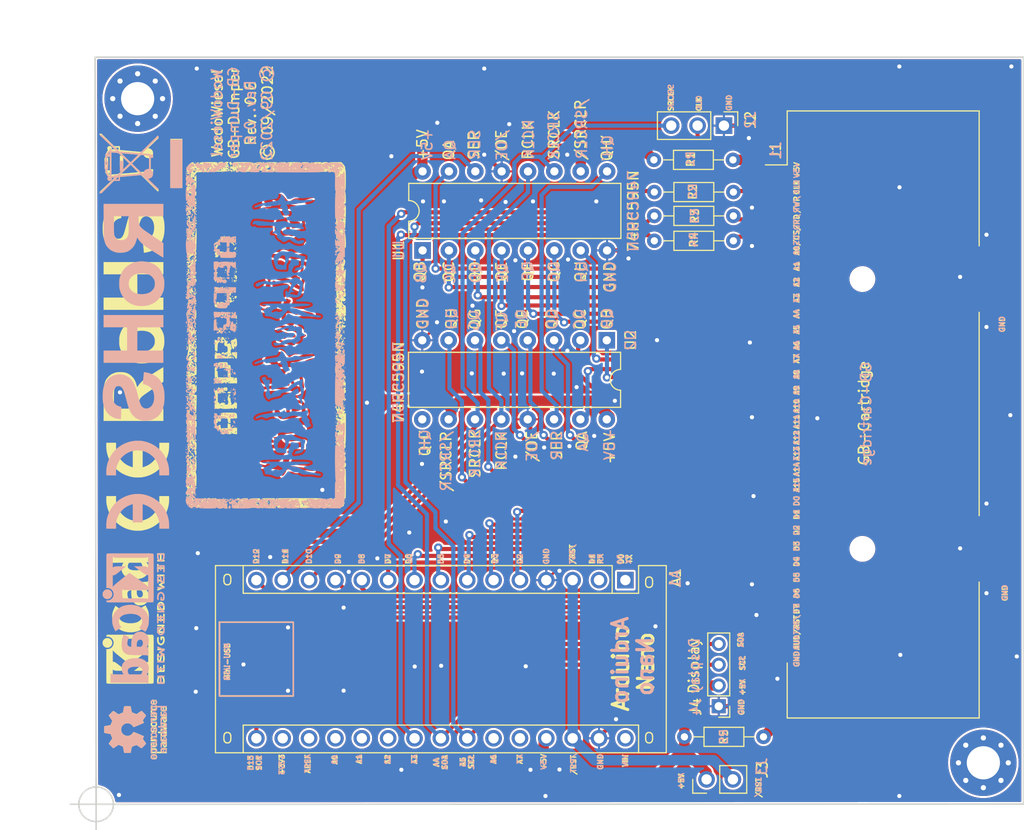
<source format=kicad_pcb>
(kicad_pcb (version 20211014) (generator pcbnew)
  (title_block (title "Arduino-Nano-GB-Dumper") (date "13.09.2022-09-13") (rev "0.6") (company "(C) WodoWiesel"))
  (layers (0 "F.Cu" mixed) (31 "B.Cu" mixed) (34 "B.Paste" user) (35 "F.Paste" user) (36 "B.SilkS" user "B.Silkscreen") (37 "F.SilkS" user "F.Silkscreen") (38 "B.Mask" user) (39 "F.Mask" user) (44 "Edge.Cuts" user))
  (net 0 "")
  (net 6 "GND")
  (net 8 "Net-(A1-Pad5)")
  (net 10 "Net-(A1-Pad6)")
  (net 11 "Net-(A1-Pad22)")
  (net 12 "Net-(A1-Pad7)")
  (net 13 "Net-(A1-Pad23)")
  (net 14 "Net-(A1-Pad8)")
  (net 15 "Net-(A1-Pad24)")
  (net 16 "Net-(A1-Pad9)")
  (net 18 "Net-(A1-Pad10)")
  (net 20 "Net-(A1-Pad11)")
  (net 21 "Net-(A1-Pad27)")
  (net 22 "Net-(A1-Pad12)")
  (net 23 "Net-(A1-Pad13)")
  (net 24 "Net-(A1-Pad14)")
  (net 26 "Net-(A1-Pad15)")
  (net 27 "Net-(A1-Pad16)")
  (net 28 "Net-(J1-Pad30)")
  (net 29 "Net-(J1-Pad7)")
  (net 30 "Net-(U1-Pad9)")
  (net 31 "Net-(J1-Pad8)")
  (net 32 "Net-(J1-Pad9)")
  (net 33 "Net-(J1-Pad10)")
  (net 34 "Net-(J1-Pad11)")
  (net 35 "Net-(J1-Pad12)")
  (net 36 "Net-(J1-Pad13)")
  (net 37 "Net-(J1-Pad6)")
  (net 38 "Net-(J1-Pad15)")
  (net 40 "Net-(J1-Pad16)")
  (net 41 "Net-(J1-Pad17)")
  (net 42 "Net-(J1-Pad18)")
  (net 43 "Net-(J1-Pad19)")
  (net 44 "Net-(J1-Pad20)")
  (net 45 "Net-(J1-Pad21)")
  (net 46 "Net-(J1-Pad14)")
  (net 47 "Net-(J1-Pad1)")
  (net 48 "Net-(J1-Pad2)")
  (net 49 "Net-(A1-Pad28)")
  (net 50 "Net-(J1-Pad3)")
  (net 51 "Net-(J1-Pad4)")
  (net 52 "Net-(J1-Pad5)")
  (footprint "Button_Switch_Keyboard:GameBoy_Cartridge_AGS_1x32-1MP_P1.50mm_Socket_Horizontal" (layer "F.Cu") (at 167.894 100.584 -90)
    (fp_text reference "J1")
    (fp_text value "GameBoy_Cartridge_MountingPin")
  )
  (footprint "Connector_PinHeader_2.54mm:PinHeader_1x02_P2.54mm_Vertical" (layer "F.Cu") (at 150.825 135.8 90)
    (fp_text reference "J3")
    (fp_text value "Conn_01x02_Male")
  )
  (footprint "Symbol:CE-Logo_8.5x6mm_SilkScreen" (layer "F.Cu") (at 96 107.6 90)
    (fp_text reference "REF3" hide)
    (fp_text value "CE-Logo_8.5x6mm_SilkScreen" hide)
  )
  (footprint "theBrutzler:thebrutzler_approved_small02" (layer "F.Cu") (at 108.4 93 90)
    (fp_text reference "G1" hide)
    (fp_text value "LOGO" hide)
  )
  (footprint "Package_DIP:DIP-16_W7.62mm" (layer "F.Cu") (at 141.209 93.482 -90)
    (fp_text reference "U2")
    (fp_text value "74HC595")
  )
  (footprint "Resistor_THT:R_Axial_DIN0204_L3.6mm_D1.6mm_P7.62mm_Horizontal" (layer "F.Cu") (at 145.75 76.1)
    (fp_text reference "R1")
    (fp_text value "470")
  )
  (footprint "Symbol:RoHS-Logo_6mm_SilkScreen" (layer "F.Cu") (at 95.6 90.8 90)
    (fp_text reference "REF4" hide)
    (fp_text value "RoHS-Logo_6mm_SilkScreen" hide)
  )
  (footprint "Connector_PinHeader_2.00mm:PinHeader_1x04_P2.00mm_Vertical" (layer "F.Cu") (at 152 128.75 180)
    (fp_text reference "J4")
    (fp_text value "Conn_01x04_Female")
  )
  (footprint "Module:Arduino_Nano" (layer "F.Cu") (at 143.002 116.596 -90)
    (fp_text reference "A1")
    (fp_text value "Arduino_Nano_v3.x")
  )
  (footprint "Resistor_THT:R_Axial_DIN0204_L3.6mm_D1.6mm_P7.62mm_Horizontal" (layer "F.Cu") (at 145.79 81.5)
    (fp_text reference "R3")
    (fp_text value "470")
  )
  (footprint "Symbol:OSHW-Logo_5.7x6mm_SilkScreen" (layer "F.Cu") (at 95.8 131 90)
    (fp_text reference "REF0" hide)
    (fp_text value "OSHW-Logo_5.7x6mm_SilkScreen" hide)
  )
  (footprint "Resistor_THT:R_Axial_DIN0204_L3.6mm_D1.6mm_P7.62mm_Horizontal" (layer "F.Cu") (at 148.69 131.7)
    (fp_text reference "R5")
    (fp_text value "470")
  )
  (footprint "Resistor_THT:R_Axial_DIN0204_L3.6mm_D1.6mm_P7.62mm_Horizontal" (layer "F.Cu") (at 145.79 83.9)
    (fp_text reference "R4")
    (fp_text value "470")
  )
  (footprint "Connector_PinHeader_2.54mm:PinHeader_1x03_P2.54mm_Vertical" (layer "F.Cu") (at 152.5 72.8 -90)
    (fp_text reference "J2")
    (fp_text value "Conn_01x03_Male")
  )
  (footprint "MountingHole:MountingHole_3.2mm_M3_Pad_Via" (layer "F.Cu") (at 177.5 134.2)
    (fp_text reference "REF7" hide)
    (fp_text value "MountingHole_3.2mm_M3_Pad_Via" hide)
  )
  (footprint "Resistor_THT:R_Axial_DIN0204_L3.6mm_D1.6mm_P7.62mm_Horizontal" (layer "F.Cu") (at 145.79 79.2)
    (fp_text reference "R2")
    (fp_text value "470")
  )
  (footprint "Symbol:WEEE-Logo_5.6x8mm_SilkScreen" (layer "F.Cu") (at 96.3 76.4 90)
    (fp_text reference "REF5" hide)
    (fp_text value "WEEE-Logo_5.6x8mm_SilkScreen" hide)
  )
  (footprint "Symbol:KiCad-Logo2_5mm_SilkScreen" (layer "F.Cu") (at 95.6 120.3 90)
    (fp_text reference "REF2" hide)
    (fp_text value "KiCad-Logo2_5mm_SilkScreen" hide)
  )
  (footprint "MountingHole:MountingHole_3.2mm_M3_Pad_Via" (layer "F.Cu") (at 96 70.2)
    (fp_text reference "REF6" hide)
    (fp_text value "MountingHole_3.2mm_M3_Pad_Via")
  )
  (footprint "Package_DIP:DIP-16_W7.62mm" (layer "F.Cu") (at 123.459 84.826 90)
    (fp_text reference "U1")
    (fp_text value "74HC595")
  )
  (footprint "theBrutzler:thebrutzler_approved_small02" (layer "B.Cu") (at 108.3 93 -90)
    (fp_text reference "G2" hide)
    (fp_text value "LOGO" hide)
  )
  (footprint "Symbol:OSHW-Logo_5.7x6mm_SilkScreen" (layer "B.Cu") (at 95.8 131 -90)
    (fp_text reference "REF0*" hide)
    (fp_text value "OSHW-Logo_5.7x6mm_SilkScreen" hide)
  )
  (footprint "Symbol:CE-Logo_8.5x6mm_SilkScreen" (layer "B.Cu") (at 96 107.4 -90)
    (fp_text reference "REF2*" hide)
    (fp_text value "CE-Logo_8.5x6mm_SilkScreen" hide)
  )
  (footprint "Symbol:WEEE-Logo_5.6x8mm_SilkScreen" (layer "B.Cu") (at 96.3 76.5 -90)
    (fp_text reference "REF4*" hide)
    (fp_text value "WEEE-Logo_5.6x8mm_SilkScreen" hide)
  )
  (footprint "Symbol:RoHS-Logo_6mm_SilkScreen" (layer "B.Cu") (at 95.6 90.8 -90)
    (fp_text reference "REF3*" hide)
    (fp_text value "RoHS-Logo_6mm_SilkScreen" hide)
  )
  (footprint "Symbol:KiCad-Logo2_5mm_SilkScreen" (layer "B.Cu") (at 95.6 120.3 -90)
    (fp_text reference "REF1*" hide)
    (fp_text value "KiCad-Logo2_5mm_SilkScreen" hide)
  )
  (gr_rect (start 103.886 127.762) (end 110.998 120.65) (layer "B.SilkS") (width 0.15) (fill none))
  (gr_rect (start 103.886 120.65) (end 110.998 127.762) (layer "F.SilkS") (width 0.15) (fill none))
  (gr_line (start 181.356 66.2) (end 181.356 138.176) (layer "Edge.Cuts") (width 0.15))
  (gr_line (start 91.9 66.2) (end 181.356 66.2) (layer "Edge.Cuts") (width 0.15))
  (gr_line (start 92 138.2) (end 91.9 66.2) (layer "Edge.Cuts") (width 0.15))
  (gr_line (start 181.356 138.176) (end 92 138.2) (layer "Edge.Cuts") (width 0.15))
  (gr_text "QG" (at 136.1 86.9 90) (layer "B.SilkS") (effects (font (size 1 1)) (justify mirror)))
  (gr_text "D1" (at 159.508046 110.268874 90) (layer "B.SilkS") (effects (font (size 0.5 0.5) (thickness 0.125)) (justify mirror)))
  (gr_text "QD" (at 128.6 87 90) (layer "B.SilkS") (effects (font (size 1 1)) (justify mirror)))
  (gr_text "A4\nSDA" (at 125.2 134.15 90) (layer "B.SilkS") (effects (font (size 0.5 0.5) (thickness 0.125)) (justify mirror)))
  (gr_text "/RD" (at 159.508046 82.093678 90) (layer "B.SilkS") (effects (font (size 0.5 0.5) (thickness 0.125)) (justify mirror)))
  (gr_text "A6" (at 130.291606 133.847533 90) (layer "B.SilkS") (effects (font (size 0.5 0.5) (thickness 0.125)) (justify mirror)))
  (gr_text "SRCLK" (at 147.4 70 90) (layer "B.SilkS") (effects (font (size 0.5 0.5) (thickness 0.125)) (justify mirror)))
  (gr_text "SRCLK" (at 128.493898 104.381836 90) (layer "B.SilkS") (effects (font (size 1 1)) (justify mirror)))
  (gr_text "A5\nSCL" (at 127.753033 134.15 90) (layer "B.SilkS") (effects (font (size 0.5 0.5) (thickness 0.125)) (justify mirror)))
  (gr_text "A0" (at 114.991927 133.897181 90) (layer "B.SilkS") (effects (font (size 0.5 0.5) (thickness 0.125)) (justify mirror)))
  (gr_text "/SRCLR" (at 138.8 73.1 90) (layer "B.SilkS") (effects (font (size 1 1)) (justify mirror)))
  (gr_text "CLK" (at 159.508046 78.736165 90) (layer "B.SilkS") (effects (font (size 0.5 0.5) (thickness 0.125)) (justify mirror)))
  (gr_text "/RST" (at 138 134.2 90) (layer "B.SilkS") (effects (font (size 0.5 0.5) (thickness 0.125)) (justify mirror)))
  (gr_text "D7" (at 159.5 119.3 90) (layer "B.SilkS") (effects (font (size 0.5 0.5) (thickness 0.125)) (justify mirror)))
  (gr_text "A13" (at 159.508046 104.392266 90) (layer "B.SilkS") (effects (font (size 0.5 0.5) (thickness 0.125)) (justify mirror)))
  (gr_text "QE" (at 132.975 91.45 90) (layer "B.SilkS") (effects (font (size 1 1)) (justify mirror)))
  (gr_text "A1" (at 159.508046 86.35765 90) (layer "B.SilkS") (effects (font (size 0.5 0.5) (thickness 0.125)) (justify mirror)))
  (gr_text "CLK" (at 150.1 70.6 90) (layer "B.SilkS") (effects (font (size 0.5 0.5) (thickness 0.125)) (justify mirror)))
  (gr_text "QH'" (at 141.3 75 90) (layer "B.SilkS") (effects (font (size 1 1)) (justify mirror)))
  (gr_text "D5" (at 159.508046 116.326543 90) (layer "B.SilkS") (effects (font (size 0.5 0.5) (thickness 0.125)) (justify mirror)))
  (gr_text "AUD" (at 159.5 122.6 90) (layer "B.SilkS") (effects (font (size 0.5 0.5) (thickness 0.125)) (justify mirror)))
  (gr_text "A5" (at 159.508046 92.452992 90) (layer "B.SilkS") (effects (font (size 0.5 0.5) (thickness 0.125)) (justify mirror)))
  (gr_text "D3" (at 130.5 114.5 90) (layer "B.SilkS") (effects (font (size 0.5 0.5) (thickness 0.125)) (justify mirror)))
  (gr_text "VIN" (at 142.98486 133.996476 90) (layer "B.SilkS") (effects (font (size 0.5 0.5) (thickness 0.125)) (justify mirror)))
  (gr_text "+5V" (at 123.9 74.6 90) (layer "B.SilkS") (effects (font (size 1 1)) (justify mirror)))
  (gr_text "A9" (at 159.508046 98.294233 90) (layer "B.SilkS") (effects (font (size 0.5 0.5) (thickness 0.125)) (justify mirror)))
  (gr_text "A10" (at 159.508046 99.816531 90) (layer "B.SilkS") (effects (font (size 0.5 0.5) (thickness 0.125)) (justify mirror)))
  (gr_text "+5V" (at 159.508046 77.083165 90) (layer "B.SilkS") (effects (font (size 0.5 0.5) (thickness 0.125)) (justify mirror)))
  (gr_text "GND" (at 159.5 124.178518 90) (layer "B.SilkS") (effects (font (size 0.5 0.5) (thickness 0.125)) (justify mirror)))
  (gr_text "GND" (at 140.585222 134.095772 90) (layer "B.SilkS") (effects (font (size 0.5 0.5) (thickness 0.125)) (justify mirror)))
  (gr_text "A7" (at 132.840186 133.847533 90) (layer "B.SilkS") (effects (font (size 0.5 0.5) (thickness 0.125)) (justify mirror)))
  (gr_text "QC" (at 126.094 87.1 90) (layer "B.SilkS") (effects (font (size 1 1)) (justify mirror)))
  (gr_text "D12" (at 107.442 114.3 90) (layer "B.SilkS") (effects (font (size 0.5 0.5) (thickness 0.125)) (justify mirror)))
  (gr_text "+5V" (at 148.35 135.95 270) (layer "B.SilkS") (effects (font (size 0.5 0.5) (thickness 0.125)) (justify mirror)))
  (gr_text "D0\nTX" (at 142.9 114.6 90) (layer "B.SilkS") (effects (font (size 0.5 0.5) (thickness 0.125)) (justify mirror)))
  (gr_text "D13\nSCK" (at 107.296539 134.195067 90) (layer "B.SilkS") (effects (font (size 0.5 0.5) (thickness 0.125)) (justify mirror)))
  (gr_text "J4" (at 149.75 128.8 90) (layer "B.SilkS") (effects (font (size 1 1)) (justify mirror)))
  (gr_text "/OE" (at 134 103.7 90) (layer "B.SilkS") (effects (font (size 1 1)) (justify mirror)))
  (gr_text "+5V" (at 135.123979 134.095772 90) (layer "B.SilkS") (effects (font (size 0.5 0.5) (thickness 0.125)) (justify mirror)))
  (gr_text "D2" (at 159.508046 111.788096 90) (layer "B.SilkS") (effects (font (size 0.5 0.5) (thickness 0.125)) (justify mirror)))
  (gr_text "A4" (at 159.508046 90.930694 90) (layer "B.SilkS") (effects (font (size 0.5 0.5) (thickness 0.125)) (justify mirror)))
  (gr_text "/WR" (at 159.508046 80.394547 90) (layer "B.SilkS") (effects (font (size 0.5 0.5) (thickness 0.125)) (justify mirror)))
  (gr_text "+3V3" (at 109.894767 134.360559 90) (layer "B.SilkS") (effects (font (size 0.5 0.5) (thickness 0.125)) (justify mirror)))
  (gr_text "GND" (at 123.525 90.9 90) (layer "B.SilkS") (effects (font (size 1 1)) (justify mirror)))
  (gr_text "RCLK" (at 131.046674 104.106922 90) (layer "B.SilkS") (effects (font (size 1 1)) (justify mirror)))
  (gr_text "D2" (at 132.842 114.554 90) (layer "B.SilkS") (effects (font (size 0.5 0.5) (thickness 0.125)) (justify mirror)))
  (gr_text "WodoWiesel\nGB-Dumper\nRev. 0.6\n© 09/2022" (at 106.04107 71.550911 90) (layer "B.SilkS") (effects (font (size 1 1)) (justify mirror)))
  (gr_text "QB" (at 123.3 87 90) (layer "B.SilkS") (effects (font (size 1 1)) (justify mirror)))
  (gr_text "D7" (at 120.127264 114.541388 90) (layer "B.SilkS") (effects (font (size 0.5 0.5) (thickness 0.125)) (justify mirror)))
  (gr_text "A1" (at 117.343572 133.847533 90) (layer "B.SilkS") (effects (font (size 0.5 0.5) (thickness 0.125)) (justify mirror)))
  (gr_text "SRCLK" (at 136.095448 73.8 90) (layer "B.SilkS") (effects (font (size 1 1)) (justify mirror)))
  (gr_text "A6" (at 159.508046 93.976443 90) (layer "B.SilkS") (effects (font (size 0.5 0.5) (thickness 0.125)) (justify mirror)))
  (gr_text "A12" (at 159.508046 102.869968 90) (layer "B.SilkS") (effects (font (size 0.5 0.5) (thickness 0.125)) (justify mirror)))
  (gr_text "74HC595N" (at 121.140492 97.530309 90) (layer "B.SilkS") (effects (font (size 1 1)) (justify mirror)))
  (gr_text "GND" (at 179.290365 91.932025 90) (layer "B.SilkS") (effects (font (size 0.5 0.5) (thickness 0.125)) (justify mirror)))
  (gr_text "/CS" (at 159.492669 83.592911 90) (layer "B.SilkS") (effects (font (size 0.5 0.5) (thickness 0.125)) (justify mirror)))
  (gr_text "D4" (at 127.751283 114.541388 90) (layer "B.SilkS") (effects (font (size 0.5 0.5) (thickness 0.125)) (justify mirror)))
  (gr_text "QA" (at 126.1 75.1 90) (layer "B.SilkS") (effects (font (size 1 1)) (justify mirror)))
  (gr_text "A14" (at 159.508046 105.917639 90) (layer "B.SilkS") (effects (font (size 0.5 0.5) (thickness 0.125)) (justify mirror)))
  (gr_text "A11" (at 159.508046 101.338829 90) (layer "B.SilkS") (effects (font (size 0.5 0.5) (thickness 0.125)) (justify mirror)))
  (gr_text "QB" (at 141.275 91.375 90) (layer "B.SilkS") (effects (font (size 1 1)) (justify mirror)))
  (gr_text "/SRCLR" (at 125.705481 105.128033 90) (layer "B.SilkS") (effects (font (size 1 1)) (justify mirror)))
  (gr_text "A8" (at 159.508046 96.767322 90) (layer "B.SilkS") (effects (font (size 0.5 0.5) (thickness 0.125)) (justify mirror)))
  (gr_text "SER" (at 128.5 74.6 90) (layer "B.SilkS") (effects (font (size 1 1)) (justify mirror)))
  (gr_text "D1\nRX" (at 140.202892 114.541388 90) (layer "B.SilkS") (effects (font (size 0.5 0.5) (thickness 0.125)) (justify mirror)))
  (gr_text "+5V" (at 154.25 126.9 270) (layer "B.SilkS") (effects (font (size 0.5 0.5) (thickness 0.125)) (justify mirror)))
  (gr_text "SER" (at 136.387867 103.596367 90) (layer "B.SilkS") (effects (font (size 1 1)) (justify mirror)))
  (gr_text "D6" (at 122.2 114.5 90) (layer "B.SilkS") (effects (font (size 0.5 0.5) (thickness 0.125)) (justify mirror)))
  (gr_text "QH" (at 138.794 86.9 90) (layer "B.SilkS") (effects (font (size 1 1)) (justify mirror)))
  (gr_text "/RST" (at 159.508046 120.901125 90) (layer "B.SilkS") (effects (font (size 0.5 0.5) (thickness 0.125)) (justify mirror)))
  (gr_text "GND" (at 141.588 87.4 90) (layer "B.SilkS") (effects (font (size 1 1)) (justify mirror)))
  (gr_text "+5V" (at 141.478 103.5 90) (layer "B.SilkS") (effects (font (size 1 1)) (justify mirror)))
  (gr_text "A15" (at 159.508046 107.439937 90) (layer "B.SilkS") (effects (font (size 0.5 0.5) (thickness 0.125)) (justify mirror)))
  (gr_text "D3" (at 159.508046 113.318083 90) (layer "B.SilkS") (effects (font (size 0.5 0.5) (thickness 0.125)) (justify mirror)))
  (gr_text "QF" (at 131.1 91.675 90) (layer "B.SilkS") (effects (font (size 1 1)) (justify mirror)))
  (gr_text "A0" (at 159.508046 84.835352 90) (layer "B.SilkS") (effects (font (size 0.5 0.5) (thickness 0.125)) (justify mirror)))
  (gr_text "Arduino \nNano" (at 143.7 124.9 90) (layer "B.SilkS") (effects (font (size 1.5 1.5) (thickness 0.3)) (justify mirror)))
  (gr_text "QG" (at 128.4 91.575 90) (layer "B.SilkS") (effects (font (size 1 1)) (justify mirror)))
  (gr_text "Mini-USB" (at 104.6 124.46 90) (layer "B.SilkS") (effects (font (size 0.5 0.5) (thickness 0.125)) (justify mirror)))
  (gr_text "SDA" (at 154.15 122.35 90) (layer "B.SilkS") (effects (font (size 0.5 0.5) (thickness 0.125)) (justify mirror)))
  (gr_text "A3" (at 159.508046 89.408396 90) (layer "B.SilkS") (effects (font (size 0.5 0.5) (thickness 0.125)) (justify mirror)))
  (gr_text "SCL" (at 154.25 124.6 90) (layer "B.SilkS") (effects (font (size 0.5 0.5) (thickness 0.125)) (justify mirror)))
  (gr_text "D6" (at 159.5 117.9 90) (layer "B.SilkS") (effects (font (size 0.5 0.5) (thickness 0.125)) (justify mirror)))
  (gr_text "GND" (at 135.382 114.3 90) (layer "B.SilkS") (effects (font (size 0.5 0.5) (thickness 0.125)) (justify mirror)))
  (gr_text "D8" (at 117.592688 114.541388 90) (layer "B.SilkS") (effects (font (size 0.5 0.5) (thickness 0.125)) (justify mirror)))
  (gr_text "/RST" (at 137.9 114.1 90) (layer "B.SilkS") (effects (font (size 0.5 0.5) (thickness 0.125)) (justify mirror)))
  (gr_text "D10" (at 112.50342 114.279884 90) (layer "B.SilkS") (effects (font (size 0.5 0.5) (thickness 0.125)) (justify mirror)))
  (gr_text "QD" (at 135.975 91.425 90) (layer "B.SilkS") (effects (font (size 1 1)) (justify mirror)))
  (gr_text "A2" (at 120.1 133.9 90) (layer "B.SilkS") (effects (font (size 0.5 0.5) (thickness 0.125)) (justify mirror)))
  (gr_text "A7" (at 159.508046 95.245024 90) (layer "B.SilkS") (effects (font (size 0.5 0.5) (thickness 0.125)) (justify mirror)))
  (gr_text "D5" (at 125.216707 114.541388 90) (layer "B.SilkS") (effects (font (size 0.5 0.5) (thickness 0.125)) (justify mirror)))
  (gr_text "/OE" (at 131.1 74.7 90) (layer "B.SilkS") (effects (font (size 1 1)) (justify mirror)))
  (gr_text "Display" (at 149.65 124.85 90) (layer "B.SilkS") (effects (font (size 1 1)) (justify mirror)))
  (gr_text "74HC595N" (at 143.764 81.026 90) (layer "B.SilkS") (effects (font (size 1 1)) (justify mirror)))
  (gr_text "QH'" (at 123.685281 103.373392 90) (layer "B.SilkS") (effects (font (size 1 1)) (justify mirror)))
  (gr_text "GND" (at 179.568558 117.803922 90) (layer "B.SilkS") (effects (font (size 0.5 0.5) (thickness 0.125)) (justify mirror)))
  (gr_text "RCLK" (at 133.7 74.1 90) (layer "B.SilkS") (effects (font (size 1 1)) (justify mirror)))
  (gr_text "QE" (at 131.174 87 90) (layer "B.SilkS") (effects (font (size 1 1)) (justify mirror)))
  (gr_text "GND" (at 154.15 128.8 90) (layer "B.SilkS") (effects (font (size 0.5 0.5) (thickness 0.125)) (justify mirror)))
  (gr_text "QF" (at 133.6 86.8 90) (layer "B.SilkS") (effects (font (size 1 1)) (justify mirror)))
  (gr_text "D0" (at 159.508046 108.96185 90) (layer "B.SilkS") (effects (font (size 0.5 0.5) (thickness 0.125)) (justify mirror)))
  (gr_text "QC" (at 138.55 91.475 90) (layer "B.SilkS") (effects (font (size 1 1)) (justify mirror)))
  (gr_text "QA" (at 138.9 103.25 90) (layer "B.SilkS") (effects (font (size 1 1)) (justify mirror)))
  (gr_text "D9" (at 115.2995 114.541388 90) (layer "B.SilkS") (effects (font (size 0.5 0.5) (thickness 0.125)) (justify mirror)))
  (gr_text "QH" (at 126.275 91.4 90) (layer "B.SilkS") (effects (font (size 1 1)) (justify mirror)))
  (gr_text "GND" (at 153 70.6 90) (layer "B.SilkS") (effects (font (size 0.5 0.5) (thickness 0.125)) (justify mirror)))
  (gr_text "A3" (at 122.672422 133.847533 90) (layer "B.SilkS") (effects (font (size 0.5 0.5) (thickness 0.125)) (justify mirror)))
  (gr_text "D4" (at 159.508046 114.804245 90) (layer "B.SilkS") (effects (font (size 0.5 0.5) (thickness 0.125)) (justify mirror)))
  (gr_text "D11" (at 110.230348 114.279884 90) (layer "B.SilkS") (effects (font (size 0.5 0.5) (thickness 0.125)) (justify mirror)))
  (gr_text "AREF" (at 112.393699 134.294362 90) (layer "B.SilkS") (effects (font (size 0.5 0.5) (thickness 0.125)) (justify mirror)))
  (gr_text "/RST" (at 155.8 136.55 270) (layer "B.SilkS") (effects (font (size 0.5 0.5) (thickness 0.125)) (justify mirror)))
  (gr_text "A2" (at 159.508046 87.879947 90) (layer "B.SilkS") (effects (font (size 0.5 0.5) (thickness 0.125)) (justify mirror)))
  (gr_text "GB-Cartridge" (at 166.2 100.6 90) (layer "B.SilkS") (effects (font (size 1 1)) (justify mirror)))
  (gr_text "GND" (at 123.444 90.932 90) (layer "F.SilkS") (effects (font (size 1 1))))
  (gr_text "D7" (at 159.512 119.38 90) (layer "F.SilkS") (effects (font (size 0.5 0.5) (thickness 0.125))))
  (gr_text "A1" (at 117.348 133.858 90) (layer "F.SilkS") (effects (font (size 0.5 0.5) (thickness 0.125))))
  (gr_text "QB" (at 123.19 86.868 90) (layer "F.SilkS") (effects (font (size 1 1))))
  (gr_text "QE" (at 131.064 86.868 90) (layer "F.SilkS") (effects (font (size 1 1))))
  (gr_text "D4" (at 159.512 114.808 90) (layer "F.SilkS") (effects (font (size 0.5 0.5) (thickness 0.125))))
  (gr_text "A0" (at 159.512 84.836 90) (layer "F.SilkS") (effects (font (size 0.5 0.5) (thickness 0.125))))
  (gr_text "AUD" (at 159.512 122.6 90) (layer "F.SilkS") (effects (font (size 0.5 0.5) (thickness 0.125))))
  (gr_text "D2" (at 132.842 114.554 90) (layer "F.SilkS") (effects (font (size 0.5 0.5) (thickness 0.125))))
  (gr_text "QH'" (at 123.698 103.378 90) (layer "F.SilkS") (effects (font (size 1 1))))
  (gr_text "D12" (at 107.442 114.3 90) (layer "F.SilkS") (effects (font (size 0.5 0.5) (thickness 0.125))))
  (gr_text "D3" (at 159.512 113.31922 90) (layer "F.SilkS") (effects (font (size 0.5 0.5) (thickness 0.125))))
  (gr_text "/OE" (at 131.064 74.676 90) (layer "F.SilkS") (effects (font (size 1 1))))
  (gr_text "QD" (at 128.524 86.868 90) (layer "F.SilkS") (effects (font (size 1 1))))
  (gr_text "GND" (at 154.2 128.85 90) (layer "F.SilkS") (effects (font (size 0.5 0.5) (thickness 0.125))))
  (gr_text "QH'" (at 141.224 74.93 90) (layer "F.SilkS") (effects (font (size 1 1))))
  (gr_text "D10" (at 112.522 114.3 90) (layer "F.SilkS") (effects (font (size 0.5 0.5) (thickness 0.125))))
  (gr_text "A12" (at 159.512 102.87 90) (layer "F.SilkS") (effects (font (size 0.5 0.5) (thickness 0.125))))
  (gr_text "QD" (at 135.89 91.44 90) (layer "F.SilkS") (effects (font (size 1 1))))
  (gr_text "QC" (at 138.684 91.44 90) (layer "F.SilkS") (effects (font (size 1 1))))
  (gr_text "CLK" (at 159.512 78.74 90) (layer "F.SilkS") (effects (font (size 0.5 0.5) (thickness 0.125))))
  (gr_text "D0\nTX" (at 143.002 114.554 90) (layer "F.SilkS") (effects (font (size 0.5 0.5) (thickness 0.125))))
  (gr_text "O" (at 145.288 131.826) (layer "F.SilkS") (effects (font (size 1 1) (thickness 0.125))))
  (gr_text "/OE" (at 134 103.7 90) (layer "F.SilkS") (effects (font (size 1 1))))
  (gr_text "A5\nSCL" (at 127.75 134.1 90) (layer "F.SilkS") (effects (font (size 0.5 0.5) (thickness 0.125))))
  (gr_text "GND" (at 153 70.6 90) (layer "F.SilkS") (effects (font (size 0.5 0.5) (thickness 0.125))))
  (gr_text "QF" (at 133.604 86.868 90) (layer "F.SilkS") (effects (font (size 1 1))))
  (gr_text "QA" (at 138.8 103.2 90) (layer "F.SilkS") (effects (font (size 1 1))))
  (gr_text "/RD" (at 159.512 82.1 90) (layer "F.SilkS") (effects (font (size 0.5 0.5) (thickness 0.125))))
  (gr_text "QG" (at 128.524 91.44 90) (layer "F.SilkS") (effects (font (size 1 1))))
  (gr_text "A4\nSDA" (at 125.2 134.15 90) (layer "F.SilkS") (effects (font (size 0.5 0.5) (thickness 0.125))))
  (gr_text "+5V" (at 135.128 134.112 90) (layer "F.SilkS") (effects (font (size 0.5 0.5) (thickness 0.125))))
  (gr_text "D1" (at 159.512 110.27122 90) (layer "F.SilkS") (effects (font (size 0.5 0.5) (thickness 0.125))))
  (gr_text "A6" (at 159.512 93.98 90) (layer "F.SilkS") (effects (font (size 0.5 0.5) (thickness 0.125))))
  (gr_text "D13\nSCK" (at 107.3 134.2 90) (layer "F.SilkS") (effects (font (size 0.5 0.5) (thickness 0.125))))
  (gr_text "GND" (at 179.578 117.856 90) (layer "F.SilkS") (effects (font (size 0.5 0.5) (thickness 0.125))))
  (gr_text "GB-Cartridge" (at 166 100.5 90) (layer "F.SilkS") (effects (font (size 1 1))))
  (gr_text "D2" (at 159.512 111.79522 90) (layer "F.SilkS") (effects (font (size 0.5 0.5) (thickness 0.125))))
  (gr_text "GND" (at 141.478 87.376 90) (layer "F.SilkS") (effects (font (size 1 1))))
  (gr_text "A6" (at 130.302 133.858 90) (layer "F.SilkS") (effects (font (size 0.5 0.5) (thickness 0.125))))
  (gr_text "SDA" (at 154.1 122.35 90) (layer "F.SilkS") (effects (font (size 0.5 0.5) (thickness 0.125))))
  (gr_text "D7" (at 120.142 114.554 90) (layer "F.SilkS") (effects (font (size 0.5 0.5) (thickness 0.125))))
  (gr_text "D11" (at 110.236 114.3 90) (layer "F.SilkS") (effects (font (size 0.5 0.5) (thickness 0.125))))
  (gr_text "AREF" (at 112.4 134.3 90) (layer "F.SilkS") (effects (font (size 0.5 0.5) (thickness 0.125))))
  (gr_text "Arduino \nNano" (at 143.764 124.46 90) (layer "F.SilkS") (effects (font (size 1.5 1.5) (thickness 0.3))))
  (gr_text "A5" (at 159.512 92.456 90) (layer "F.SilkS") (effects (font (size 0.5 0.5) (thickness 0.125))))
  (gr_text "QC" (at 125.984 86.868 90) (layer "F.SilkS") (effects (font (size 1 1))))
  (gr_text "D8" (at 117.602 114.554 90) (layer "F.SilkS") (effects (font (size 0.5 0.5) (thickness 0.125))))
  (gr_text "A13" (at 159.512 104.394 90) (layer "F.SilkS") (effects (font (size 0.5 0.5) (thickness 0.125))))
  (gr_text "D1\nRX" (at 140.208 114.554 90) (layer "F.SilkS") (effects (font (size 0.5 0.5) (thickness 0.125))))
  (gr_text "QA" (at 125.984 75.184 90) (layer "F.SilkS") (effects (font (size 1 1))))
  (gr_text "A2" (at 120.1 133.858 90) (layer "F.SilkS") (effects (font (size 0.5 0.5) (thickness 0.125))))
  (gr_text "A9" (at 159.512 98.298 90) (layer "F.SilkS") (effects (font (size 0.5 0.5) (thickness 0.125))))
  (gr_text "D4" (at 127.762 114.554 90) (layer "F.SilkS") (effects (font (size 0.5 0.5) (thickness 0.125))))
  (gr_text "A7" (at 159.512 95.25 90) (layer "F.SilkS") (effects (font (size 0.5 0.5) (thickness 0.125))))
  (gr_text "D3" (at 130.4 114.541388 90) (layer "F.SilkS") (effects (font (size 0.5 0.5) (thickness 0.125))))
  (gr_text "A3" (at 122.682 133.858 90) (layer "F.SilkS") (effects (font (size 0.5 0.5) (thickness 0.125))))
  (gr_text "/RST" (at 155.85 136.6 90) (layer "F.SilkS") (effects (font (size 0.5 0.5) (thickness 0.125))))
  (gr_text "/WR" (at 159.512 80.4 90) (layer "F.SilkS") (effects (font (size 0.5 0.5) (thickness 0.125))))
  (gr_text "A8" (at 159.512 96.774 90) (layer "F.SilkS") (effects (font (size 0.5 0.5) (thickness 0.125))))
  (gr_text "+5V" (at 154.3 126.95 90) (layer "F.SilkS") (effects (font (size 0.5 0.5) (thickness 0.125))))
  (gr_text "D9" (at 115.316 114.554 90) (layer "F.SilkS") (effects (font (size 0.5 0.5) (thickness 0.125))))
  (gr_text "/SRCLR" (at 138.684 73.2 90) (layer "F.SilkS") (effects (font (size 1 1))))
  (gr_text "WodoWiesel\nGB-Dumper\nRev. 0.6\n© 09/2022" (at 106.1 71.6 90) (layer "F.SilkS") (effects (font (size 1 1))))
  (gr_text "/SRCLR" (at 125.73 105.156 90) (layer "F.SilkS") (effects (font (size 1 1))))
  (gr_text "SRCLK" (at 147.4 70.2 90) (layer "F.SilkS") (effects (font (size 0.5 0.5) (thickness 0.125))))
  (gr_text "GND" (at 159.512 124.206 90) (layer "F.SilkS") (effects (font (size 0.5 0.5) (thickness 0.125))))
  (gr_text "/RST" (at 138 134.4 90) (layer "F.SilkS") (effects (font (size 0.5 0.5) (thickness 0.125))))
  (gr_text "Display" (at 149.6 124.85 90) (layer "F.SilkS") (effects (font (size 1 1))))
  (gr_text "GND" (at 179.324 91.948 90) (layer "F.SilkS") (effects (font (size 0.5 0.5) (thickness 0.125))))
  (gr_text "O" (at 104.648 131.826) (layer "F.SilkS") (effects (font (size 1 1) (thickness 0.125))))
  (gr_text "+5V" (at 148.4 136 90) (layer "F.SilkS") (effects (font (size 0.5 0.5) (thickness 0.125))))
  (gr_text "A0" (at 115 133.9 90) (layer "F.SilkS") (effects (font (size 0.5 0.5) (thickness 0.125))))
  (gr_text "A2" (at 159.512 87.884 90) (layer "F.SilkS") (effects (font (size 0.5 0.5) (thickness 0.125))))
  (gr_text "QF" (at 131.064 91.44 90) (layer "F.SilkS") (effects (font (size 1 1))))
  (gr_text "QB" (at 141.224 91.44 90) (layer "F.SilkS") (effects (font (size 1 1))))
  (gr_text "SRCLK" (at 136.144 73.66 90) (layer "F.SilkS") (effects (font (size 1 1))))
  (gr_text "SER" (at 136.398 103.632 90) (layer "F.SilkS") (effects (font (size 1 1))))
  (gr_text "SCL" (at 154.3 124.6 90) (layer "F.SilkS") (effects (font (size 0.5 0.5) (thickness 0.125))))
  (gr_text "RCLK" (at 131.064 104.14 90) (layer "F.SilkS") (effects (font (size 1 1))))
  (gr_text "/CS" (at 159.5 83.6 90) (layer "F.SilkS") (effects (font (size 0.5 0.5) (thickness 0.125))))
  (gr_text "O" (at 145.288 116.84) (layer "F.SilkS") (effects (font (size 1 1) (thickness 0.125))))
  (gr_text "A7" (at 132.842 133.858 90) (layer "F.SilkS") (effects (font (size 0.5 0.5) (thickness 0.125))))
  (gr_text "D0" (at 159.512 108.966 90) (layer "F.SilkS") (effects (font (size 0.5 0.5) (thickness 0.125))))
  (gr_text "CLK" (at 150.1 70.7 90) (layer "F.SilkS") (effects (font (size 0.5 0.5) (thickness 0.125))))
  (gr_text "A11" (at 159.512 101.346 90) (layer "F.SilkS") (effects (font (size 0.5 0.5) (thickness 0.125))))
  (gr_text "A1" (at 159.512 86.36 90) (layer "F.SilkS") (effects (font (size 0.5 0.5) (thickness 0.125))))
  (gr_text "A15" (at 159.512 107.442 90) (layer "F.SilkS") (effects (font (size 0.5 0.5) (thickness 0.125))))
  (gr_text "74HC595N" (at 143.764 81.026 90) (layer "F.SilkS") (effects (font (size 1 1))))
  (gr_text "QH" (at 126.238 91.4 90) (layer "F.SilkS") (effects (font (size 1 1))))
  (gr_text "RCLK" (at 133.604 74.168 90) (layer "F.SilkS") (effects (font (size 1 1))))
  (gr_text "A10" (at 159.512 99.822 90) (layer "F.SilkS") (effects (font (size 0.5 0.5) (thickness 0.125))))
  (gr_text "/RST" (at 137.9 114.1 90) (layer "F.SilkS") (effects (font (size 0.5 0.5) (thickness 0.125))))
  (gr_text "QG" (at 136.144 86.868 90) (layer "F.SilkS") (effects (font (size 1 1))))
  (gr_text "+5V" (at 123.444 74.676 90) (layer "F.SilkS") (effects (font (size 1 1))))
  (gr_text "+5V" (at 159.512 77.089 90) (layer "F.SilkS") (effects (font (size 0.5 0.5) (thickness 0.125))))
  (gr_text "QE" (at 133.096 91.44 90) (layer "F.SilkS") (effects (font (size 1 1))))
  (gr_text "VIN" (at 143 134 90) (layer "F.SilkS") (effects (font (size 0.5 0.5) (thickness 0.125))))
  (gr_text "+5V" (at 141.478 103.9 90) (layer "F.SilkS") (effects (font (size 1 1))))
  (gr_text "A14" (at 159.512 105.918 90) (layer "F.SilkS") (effects (font (size 0.5 0.5) (thickness 0.125))))
  (gr_text "Mini-USB" (at 104.648 124.46 90) (layer "F.SilkS") (effects (font (size 0.5 0.5) (thickness 0.125))))
  (gr_text "SRCLK" (at 128.524 104.394 90) (layer "F.SilkS") (effects (font (size 1 1))))
  (gr_text "GND" (at 135.382 114.3 90) (layer "F.SilkS") (effects (font (size 0.5 0.5) (thickness 0.125))))
  (gr_text "SER" (at 128.4 74.676 90) (layer "F.SilkS") (effects (font (size 1 1))))
  (gr_text "O" (at 104.648 116.586) (layer "F.SilkS") (effects (font (size 1 1) (thickness 0.125))))
  (gr_text "D6" (at 122.1 114.554 90) (layer "F.SilkS") (effects (font (size 0.5 0.5) (thickness 0.125))))
  (gr_text "D5" (at 125.222 114.554 90) (layer "F.SilkS") (effects (font (size 0.5 0.5) (thickness 0.125))))
  (gr_text "+3V3" (at 109.9 134.366 90) (layer "F.SilkS") (effects (font (size 0.5 0.5) (thickness 0.125))))
  (gr_text "A4" (at 159.512 90.932 90) (layer "F.SilkS") (effects (font (size 0.5 0.5) (thickness 0.125))))
  (gr_text "QH" (at 138.684 86.868 90) (layer "F.SilkS") (effects (font (size 1 1))))
  (gr_text "74HC595N" (at 121.158 97.536 90) (layer "F.SilkS") (effects (font (size 1 1))))
  (gr_text "/RST" (at 159.512 120.904 90) (layer "F.SilkS") (effects (font (size 0.5 0.5) (thickness 0.125))))
  (gr_text "A3" (at 159.512 89.408 90) (layer "F.SilkS") (effects (font (size 0.5 0.5) (thickness 0.125))))
  (gr_text "D6" (at 159.512 117.856 90) (layer "F.SilkS") (effects (font (size 0.5 0.5) (thickness 0.125))))
  (gr_text "D5" (at 159.512 116.332 90) (layer "F.SilkS") (effects (font (size 0.5 0.5) (thickness 0.125))))
  (gr_text "GND" (at 140.6 134.112 90) (layer "F.SilkS") (effects (font (size 0.5 0.5) (thickness 0.125))))
  (target plus (at 92 138.2) (size 5) (width 0.15) (layer "Edge.Cuts"))
  (segment (start 175.468 87.584) (end 177.844 87.584) (width 0.4) (layer "F.Cu") (net 6))
  (segment (start 177.8 92.202) (end 177.844 92.158) (width 0.4) (layer "F.Cu") (net 6))
  (segment (start 143.3 85.6) (end 142.526 84.826) (width 0.4) (layer "F.Cu") (net 6))
  (segment (start 153.7 72.8) (end 152.5 72.8) (width 0.4) (layer "F.Cu") (net 6))
  (segment (start 157.65 123.84) (end 157.644 123.834) (width 0.4) (layer "F.Cu") (net 6))
  (segment (start 155 128.75) (end 152 128.75) (width 0.4) (layer "F.Cu") (net 6))
  (segment (start 175.26 113.538) (end 175.306 113.584) (width 0.4) (layer "F.Cu") (net 6))
  (segment (start 177.844 92.158) (end 177.844 87.584) (width 0.4) (layer "F.Cu") (net 6))
  (segment (start 177.844 83.356) (end 177.844 87.584) (width 0.4) (layer "F.Cu") (net 6))
  (segment (start 177.844 109.264) (end 177.844 113.584) (width 0.4) (layer "F.Cu") (net 6))
  (segment (start 175.306 113.584) (end 177.844 113.584) (width 0.4) (layer "F.Cu") (net 6))
  (segment (start 129.473 75.6) (end 131.079 77.206) (width 0.4) (layer "F.Cu") (net 6))
  (segment (start 177.8 109.22) (end 177.844 109.264) (width 0.4) (layer "F.Cu") (net 6))
  (segment (start 157.65 126.1) (end 155 128.75) (width 0.4) (layer "F.Cu") (net 6))
  (segment (start 175.26 87.376) (end 175.468 87.584) (width 0.4) (layer "F.Cu") (net 6))
  (segment (start 142.1 130) (end 142.1 130.1) (width 0.4) (layer "F.Cu") (net 6))
  (segment (start 177.844 117.812) (end 177.8 117.856) (width 0.4) (layer "F.Cu") (net 6))
  (segment (start 142.1 130.1) (end 140.208 131.992) (width 0.4) (layer "F.Cu") (net 6))
  (segment (start 177.8 83.312) (end 177.844 83.356) (width 0.4) (layer "F.Cu") (net 6))
  (segment (start 136.2785 115.6995) (end 135.128 116.85) (width 0.25) (layer "F.Cu") (net 6))
  (segment (start 154.9 74) (end 153.7 72.8) (width 0.4) (layer "F.Cu") (net 6))
  (segment (start 157.65 126.1) (end 157.65 123.84) (width 0.4) (layer "F.Cu") (net 6))
  (segment (start 177.844 113.584) (end 177.844 117.812) (width 0.4) (layer "F.Cu") (net 6))
  (segment (start 124.85 91.75) (end 124.85 92.061) (width 0.25) (layer "F.Cu") (net 6))
  (segment (start 136.65 115.6995) (end 136.2785 115.6995) (width 0.25) (layer "F.Cu") (net 6))
  (segment (start 124.85 92.061) (end 123.429 93.482) (width 0.25) (layer "F.Cu") (net 6))
  (segment (start 142.526 84.826) (end 141.239 84.826) (width 0.4) (layer "F.Cu") (net 6))
  (segment (start 135.171282 103.814617) (end 133.843 102.486335) (width 0.4) (layer "F.Cu") (net 6))
  (segment (start 133.843 102.486335) (end 133.843 101.102) (width 0.4) (layer "F.Cu") (net 6))
  (segment (start 129.4 75.6) (end 129.473 75.6) (width 0.4) (layer "F.Cu") (net 6))
  (via (at 94.3 98.5) (size 0.8) (drill 0.4) (layers "F.Cu" "B.Cu") (net 6))
  (via (at 94.2 137.3) (size 0.8) (drill 0.4) (layers "F.Cu" "B.Cu") (net 6))
  (via (at 106.2 124.725) (size 0.8) (drill 0.4) (layers "F.Cu" "B.Cu") (net 6))
  (via (at 169.5 123.8) (size 0.8) (drill 0.4) (layers "F.Cu" "B.Cu") (net 6))
  (via (at 132.4 104.7) (size 0.8) (drill 0.4) (layers "F.Cu" "B.Cu") (net 6))
  (via (at 146.05 93.472) (size 0.8) (drill 0.4) (layers "F.Cu" "B.Cu") (net 6))
  (via (at 131.456821 80.156821) (size 0.8) (drill 0.4) (layers "F.Cu" "B.Cu") (net 6))
  (via (at 169.4 137.4) (size 0.8) (drill 0.4) (layers "F.Cu" "B.Cu") (net 6))
  (via (at 101.8 114) (size 0.8) (drill 0.4) (layers "F.Cu" "B.Cu") (net 6))
  (via (at 143.3 85.6) (size 0.8) (drill 0.4) (layers "F.Cu" "B.Cu") (net 6))
  (via (at 101.6 127.35) (size 0.8) (drill 0.4) (layers "F.Cu" "B.Cu") (net 6))
  (via (at 116.346572 115.8) (size 0.8) (drill 0.4) (layers "F.Cu" "B.Cu") (net 6))
  (via (at 118.0995 99.5) (size 0.8) (drill 0.4) (layers "F.Cu" "B.Cu") (net 6))
  (via (at 175.26 113.538) (size 0.8) (drill 0.4) (layers "F.Cu" "B.Cu") (net 6))
  (via (at 149 116.9) (size 0.8) (drill 0.4) (layers "F.Cu" "B.Cu") (net 6))
  (via (at 155 93.7) (size 0.8) (drill 0.4) (layers "F.Cu" "B.Cu") (net 6))
  (via (at 121.412 134.874) (size 0.8) (drill 0.4) (layers "F.Cu" "B.Cu") (net 6))
  (via (at 177.8 83.312) (size 0.8) (drill 0.4) (layers "F.Cu" "B.Cu") (net 6))
  (via (at 136.65 115.6995) (size 0.8) (drill 0.4) (layers "F.Cu" "B.Cu") (net 6))
  (via (at 133.048022 96.675) (size 0.8) (drill 0.4) (layers "F.Cu" "B.Cu") (net 6))
  (via (at 135.3 137.4) (size 0.8) (drill 0.4) (layers "F.Cu" "B.Cu") (net 6))
  (via (at 123.444 88.392) (size 0.8) (drill 0.4) (layers "F.Cu" "B.Cu") (net 6))
  (via (at 155.2 84.4) (size 0.8) (drill 0.4) (layers "F.Cu" "B.Cu") (net 6))
  (via (at 125.25 124.85) (size 0.8) (drill 0.4) (layers "F.Cu" "B.Cu") (net 6))
  (via (at 110.49 127.254) (size 0.8) (drill 0.4) (layers "F.Cu" "B.Cu") (net 6))
  (via (at 120.45 75.75) (size 0.8) (drill 0.4) (layers "F.Cu" "B.Cu") (net 6))
  (via (at 137.475 85.7) (size 0.8) (drill 0.4) (layers "F.Cu" "B.Cu") (net 6))
  (via (at 175.26 87.376) (size 0.8) (drill 0.4) (layers "F.Cu" "B.Cu") (net 6))
  (via (at 113.8 107.9) (size 0.8) (drill 0.4) (layers "F.Cu" "B.Cu") (net 6))
  (via (at 155.2 80.7) (size 0.8) (drill 0.4) (layers "F.Cu" "B.Cu") (net 6))
  (via (at 161.5 101) (size 0.8) (drill 0.4) (layers "F.Cu" "B.Cu") (net 6))
  (via (at 101.7 67.3) (size 0.8) (drill 0.4) (layers "F.Cu" "B.Cu") (net 6))
  (via (at 125.5135 80.1) (size 0.8) (drill 0.4) (layers "F.Cu" "B.Cu") (net 6))
  (via (at 157.65 126.1) (size 0.8) (drill 0.4) (layers "F.Cu" "B.Cu") (net 6))
  (via (at 133.4 124.9) (size 0.8) (drill 0.4) (layers "F.Cu" "B.Cu") (net 6))
  (via (at 154.9 74) (size 0.8) (drill 0.4) (layers "F.Cu" "B.Cu") (net 6))
  (via (at 140.2 80.1) (size 0.8) (drill 0.4) (layers "F.Cu" "B.Cu") (net 6))
  (via (at 129.4 67.3) (size 0.8) (drill 0.4) (layers "F.Cu" "B.Cu") (net 6))
  (via (at 155.632332 119.957668) (size 0.8) (drill 0.4) (layers "F.Cu" "B.Cu") (net 6))
  (via (at 129.4 75.6) (size 0.8) (drill 0.4) (layers "F.Cu" "B.Cu") (net 6))
  (via (at 142.1 130) (size 0.8) (drill 0.4) (layers "F.Cu" "B.Cu") (net 6))
  (via (at 108.775 114.375) (size 0.8) (drill 0.4) (layers "F.Cu" "B.Cu") (net 6))
  (via (at 137.414 94.488) (size 0.8) (drill 0.4) (layers "F.Cu" "B.Cu") (net 6))
  (via (at 138.3 98) (size 0.8) (drill 0.4) (layers "F.Cu" "B.Cu") (net 6))
  (via (at 122.7 124.925) (size 0.8) (drill 0.4) (layers "F.Cu" "B.Cu") (net 6))
  (via (at 101.65 121.225) (size 0.8) (drill 0.4) (layers "F.Cu" "B.Cu") (net 6))
  (via (at 124.877464 72.522536) (size 0.8) (drill 0.4) (layers "F.Cu" "B.Cu") (net 6))
  (via (at 123.5 80.1) (size 0.8) (drill 0.4) (layers "F.Cu" "B.Cu") (net 6))
  (via (at 180.1 100.7) (size 0.8) (drill 0.4) (layers "F.Cu" "B.Cu") (net 6))
  (via (at 155.2 100.9) (size 0.8) (drill 0.4) (layers "F.Cu" "B.Cu") (net 6))
  (via (at 123.4 105.4) (size 0.8) (drill 0.4) (layers "F.Cu" "B.Cu") (net 6))
  (via (at 177.8 92.202) (size 0.8) (drill 0.4) (layers "F.Cu" "B.Cu") (net 6))
  (via (at 132.275 92.6) (size 0.8) (drill 0.4) (layers "F.Cu" "B.Cu") (net 6))
  (via (at 169.418 78.74) (size 0.8) (drill 0.4) (layers "F.Cu" "B.Cu") (net 6))
  (via (at 135.171282 103.814617) (size 0.8) (drill 0.4) (layers "F.Cu" "B.Cu") (net 6))
  (via (at 110.49 121.158) (size 0.8) (drill 0.4) (layers "F.Cu" "B.Cu") (net 6))
  (via (at 180.721 123.952) (size 0.8) (drill 0.4) (layers "F.Cu" "B.Cu") (net 6))
  (via (at 128.2 96.675) (size 0.8) (drill 0.4) (layers "F.Cu" "B.Cu") (net 6))
  (via (at 115.85 127.25) (size 0.8) (drill 0.4) (layers "F.Cu" "B.Cu") (net 6))
  (via (at 129.1 80) (size 0.8) (drill 0.4) (layers "F.Cu" "B.Cu") (net 6))
  (via (at 119.1 114.5) (size 0.8) (drill 0.4) (layers "F.Cu" "B.Cu") (net 6))
  (via (at 155.2 117) (size 0.8) (drill 0.4) (layers "F.Cu" "B.Cu") (net 6))
  (via (at 155.35 108.4995) (size 0.8) (drill 0.4) (layers "F.Cu" "B.Cu") (net 6))
  (via (at 131.810536 72.659464) (size 0.8) (drill 0.4) (layers "F.Cu" "B.Cu") (net 6))
  (via (at 177.8 109.22) (size 0.8) (drill 0.4) (layers "F.Cu" "B.Cu") (net 6))
  (via (at 133.858 134.874) (size 0.8) (drill 0.4) (layers "F.Cu" "B.Cu") (net 6))
  (via (at 180.2 67.1) (size 0.8) (drill 0.4) (layers "F.Cu" "B.Cu") (net 6))
  (via (at 131.275 96.7) (size 0.8) (drill 0.4) (layers "F.Cu" "B.Cu") (net 6))
  (via (at 115.85 119.25) (size 0.8) (drill 0.4) (layers "F.Cu" "B.Cu") (net 6))
  (via (at 141.986 99.314) (size 0.8) (drill 0.4) (layers "F.Cu" "B.Cu") (net 6))
  (via (at 124.85 91.75) (size 0.8) (drill 0.4) (layers "F.Cu" "B.Cu") (net 6))
  (via (at 137.4 75.6) (size 0.8) (drill 0.4) (layers "F.Cu" "B.Cu") (net 6))
  (via (at 122.174 112.014) (size 0.8) (drill 0.4) (layers "F.Cu" "B.Cu") (net 6))
  (via (at 134.1 80.1) (size 0.8) (drill 0.4) (layers "F.Cu" "B.Cu") (net 6))
  (via (at 177.8 117.856) (size 0.8) (drill 0.4) (layers "F.Cu" "B.Cu") (net 6))
  (via (at 137.610668 103.689332) (size 0.8) (drill 0.4) (layers "F.Cu" "B.Cu") (net 6))
  (via (at 125.7 110.95) (size 0.8) (drill 0.4) (layers "F.Cu" "B.Cu") (net 6))
  (via (at 140 102.7) (size 0.8) (drill 0.4) (layers "F.Cu" "B.Cu") (net 6))
  (via (at 169.4 67.1) (size 0.8) (drill 0.4) (layers "F.Cu" "B.Cu") (net 6))
  (via (at 132.4 85.775) (size 0.8) (drill 0.4) (layers "F.Cu" "B.Cu") (net 6))
  (via (at 136.1 96.7) (size 0.8) (drill 0.4) (layers "F.Cu" "B.Cu") (net 6))
  (via (at 136.65 134.85) (size 0.8) (drill 0.4) (layers "F.Cu" "B.Cu") (net 6))
  (via (at 123.4 96.5) (size 0.8) (drill 0.4) (layers "F.Cu" "B.Cu") (net 6))
  (via (at 145.9 121.05) (size 0.8) (drill 0.4) (layers "F.Cu" "B.Cu") (net 6))
  (via (at 128.27 90.151733) (size 0.8) (drill 0.4) (layers "F.Cu" "B.Cu") (net 6))
  (segment (start 155.775 109.925) (end 156.866 108.834) (width 0.4) (layer "F.Cu") (net 8))
  (segment (start 132.575 110.025) (end 132.675 109.925) (width 0.4) (layer "F.Cu") (net 8))
  (segment (start 156.866 108.834) (end 157.644 108.834) (width 0.4) (layer "F.Cu") (net 8))
  (segment (start 132.675 109.925) (end 155.775 109.925) (width 0.4) (layer "F.Cu") (net 8))
  (via (at 132.575 110.025) (size 0.8) (drill 0.4) (layers "F.Cu" "B.Cu") (net 8))
  (segment (start 132.588 110.038) (end 132.588 116.342) (width 0.4) (layer "B.Cu") (net 8))
  (segment (start 132.575 110.025) (end 132.588 110.038) (width 0.4) (layer "B.Cu") (net 8))
  (segment (start 132.588 116.342) (end 132.842 116.596) (width 0.4) (layer "B.Cu") (net 8))
  (segment (start 156.710489 110.334) (end 157.644 110.334) (width 0.4) (layer "F.Cu") (net 10))
  (segment (start 155.794489 111.25) (end 156.710489 110.334) (width 0.4) (layer "F.Cu") (net 10))
  (segment (start 130.025 111.25) (end 155.794489 111.25) (width 0.4) (layer "F.Cu") (net 10))
  (segment (start 129.9 111.125) (end 130.025 111.25) (width 0.4) (layer "F.Cu") (net 10))
  (via (at 129.9 111.125) (size 0.8) (drill 0.4) (layers "F.Cu" "B.Cu") (net 10))
  (segment (start 130.048 111.273) (end 130.048 116.342) (width 0.4) (layer "B.Cu") (net 10))
  (segment (start 130.048 116.342) (end 130.302 116.596) (width 0.4) (layer "B.Cu") (net 10))
  (segment (start 129.9 111.125) (end 130.048 111.273) (width 0.4) (layer "B.Cu") (net 10))
  (segment (start 121.4 81.3) (end 121.55 81.15) (width 0.4) (layer "F.Cu") (net 11))
  (segment (start 142.05 81.15) (end 144.1 79.1) (width 0.4) (layer "F.Cu") (net 11))
  (segment (start 144.1 79.1) (end 145.79 79.1) (width 0.4) (layer "F.Cu") (net 11))
  (segment (start 121.55 81.15) (end 142.05 81.15) (width 0.4) (layer "F.Cu") (net 11))
  (via (at 121.4 81.3) (size 0.8) (drill 0.4) (layers "F.Cu" "B.Cu") (net 11))
  (segment (start 121.4 81.3) (end 120.2 82.5) (width 0.4) (layer "B.Cu") (net 11))
  (segment (start 121.341511 114.241511) (end 121.341511 130.495511) (width 0.4) (layer "B.Cu") (net 11))
  (segment (start 120.2 82.5) (end 120.2 113.1) (width 0.4) (layer "B.Cu") (net 11))
  (segment (start 121.341511 130.495511) (end 122.682 131.836) (width 0.4) (layer "B.Cu") (net 11))
  (segment (start 120.2 113.1) (end 121.341511 114.241511) (width 0.4) (layer "B.Cu") (net 11))
  (segment (start 128.175 112.45) (end 156.044489 112.45) (width 0.4) (layer "F.Cu") (net 12))
  (segment (start 157.043511 112.434489) (end 157.644 111.834) (width 0.4) (layer "F.Cu") (net 12))
  (segment (start 156.044489 112.45) (end 156.044489 112.434489) (width 0.4) (layer "F.Cu") (net 12))
  (segment (start 127.975 112.25) (end 128.175 112.45) (width 0.4) (layer "F.Cu") (net 12))
  (segment (start 156.044489 112.434489) (end 157.043511 112.434489) (width 0.4) (layer "F.Cu") (net 12))
  (via (at 127.975 112.25) (size 0.8) (drill 0.4) (layers "F.Cu" "B.Cu") (net 12))
  (segment (start 127.9 112.325) (end 127.9 116.458) (width 0.4) (layer "B.Cu") (net 12))
  (segment (start 127.9 116.458) (end 127.762 116.596) (width 0.4) (layer "B.Cu") (net 12))
  (segment (start 127.975 112.25) (end 127.9 112.325) (width 0.4) (layer "B.Cu") (net 12))
  (segment (start 145.24 83.35) (end 145.79 83.9) (width 0.4) (layer "F.Cu") (net 13))
  (segment (start 134.308 122.75) (end 125.222 131.836) (width 0.4) (layer "F.Cu") (net 13))
  (segment (start 121.4125 83.35) (end 145.24 83.35) (width 0.4) (layer "F.Cu") (net 13))
  (segment (start 152 122.75) (end 134.308 122.75) (width 0.4) (layer "F.Cu") (net 13))
  (segment (start 121.3745 83.312) (end 121.4125 83.35) (width 0.4) (layer "F.Cu") (net 13))
  (via (at 121.3745 83.312) (size 0.8) (drill 0.4) (layers "F.Cu" "B.Cu") (net 13))
  (segment (start 121.1 83.5865) (end 121.1 107.46985) (width 0.4) (layer "B.Cu") (net 13))
  (segment (start 123.881511 110.251361) (end 123.881511 130.495511) (width 0.4) (layer "B.Cu") (net 13))
  (segment (start 123.881511 130.495511) (end 125.222 131.836) (width 0.4) (layer "B.Cu") (net 13))
  (segment (start 121.1 107.46985) (end 123.881511 110.251361) (width 0.4) (layer "B.Cu") (net 13))
  (segment (start 121.3745 83.312) (end 121.1 83.5865) (width 0.4) (layer "B.Cu") (net 13))
  (segment (start 125.105 113.6) (end 157.378 113.6) (width 0.4) (layer "F.Cu") (net 14))
  (segment (start 157.378 113.6) (end 157.644 113.334) (width 0.4) (layer "F.Cu") (net 14))
  (segment (start 124.968 113.463) (end 125.105 113.6) (width 0.4) (layer "F.Cu") (net 14))
  (via (at 124.968 113.463) (size 0.8) (drill 0.4) (layers "F.Cu" "B.Cu") (net 14))
  (segment (start 124.968 116.342) (end 125.222 116.596) (width 0.4) (layer "B.Cu") (net 14))
  (segment (start 124.968 113.463) (end 124.968 116.342) (width 0.4) (layer "B.Cu") (net 14))
  (segment (start 123.0165 82.2) (end 144.99 82.2) (width 0.4) (layer "F.Cu") (net 15))
  (segment (start 122.682 82.5345) (end 123.0165 82.2) (width 0.4) (layer "F.Cu") (net 15))
  (segment (start 127.762 131.836) (end 134.848 124.75) (width 0.4) (layer "F.Cu") (net 15))
  (segment (start 144.99 82.2) (end 145.79 81.4) (width 0.4) (layer "F.Cu") (net 15))
  (segment (start 134.848 124.75) (end 152 124.75) (width 0.4) (layer "F.Cu") (net 15))
  (via (at 122.682 82.5345) (size 0.8) (drill 0.4) (layers "F.Cu" "B.Cu") (net 15))
  (segment (start 124.7 110.05) (end 124.7 111.6) (width 0.4) (layer "B.Cu") (net 15))
  (segment (start 121.8 107.15) (end 124.7 110.05) (width 0.4) (layer "B.Cu") (net 15))
  (segment (start 122.682 83.218) (end 121.8 84.1) (width 0.4) (layer "B.Cu") (net 15))
  (segment (start 126.421511 113.321511) (end 126.421511 130.495511) (width 0.4) (layer "B.Cu") (net 15))
  (segment (start 124.7 111.6) (end 126.421511 113.321511) (width 0.4) (layer "B.Cu") (net 15))
  (segment (start 126.421511 130.495511) (end 127.762 131.836) (width 0.4) (layer "B.Cu") (net 15))
  (segment (start 122.682 82.5345) (end 122.682 83.218) (width 0.4) (layer "B.Cu") (net 15))
  (segment (start 121.8 84.1) (end 121.8 107.15) (width 0.4) (layer "B.Cu") (net 15))
  (segment (start 123 114.1) (end 123.1625 114.2625) (width 0.4) (layer "F.Cu") (net 16))
  (segment (start 156.49 114.834) (end 157.644 114.834) (width 0.4) (layer "F.Cu") (net 16))
  (segment (start 155.9185 114.2625) (end 156.49 114.834) (width 0.4) (layer "F.Cu") (net 16))
  (segment (start 123.1625 114.2625) (end 155.9185 114.2625) (width 0.4) (layer "F.Cu") (net 16))
  (via (at 123 114.1) (size 0.8) (drill 0.4) (layers "F.Cu" "B.Cu") (net 16))
  (segment (start 122.682 114.418) (end 122.682 116.596) (width 0.4) (layer "B.Cu") (net 16))
  (segment (start 123 114.1) (end 122.682 114.418) (width 0.4) (layer "B.Cu") (net 16))
  (segment (start 156.72 116.334) (end 155.286 114.9) (width 0.4) (layer "F.Cu") (net 18))
  (segment (start 155.286 114.9) (end 120.812 114.9) (width 0.4) (layer "F.Cu") (net 18))
  (segment (start 157.644 116.334) (end 156.72 116.334) (width 0.4) (layer "F.Cu") (net 18))
  (segment (start 120.812 114.9) (end 120.142 115.57) (width 0.4) (layer "F.Cu") (net 18))
  (segment (start 120.142 115.57) (end 120.142 116.596) (width 0.4) (layer "F.Cu") (net 18))
  (segment (start 117.602 117.348) (end 117.602 116.596) (width 0.4) (layer "F.Cu") (net 20))
  (segment (start 157.330489 118.147511) (end 118.364 118.147511) (width 0.4) (layer "F.Cu") (net 20))
  (segment (start 157.644 117.834) (end 157.330489 118.147511) (width 0.4) (layer "F.Cu") (net 20))
  (segment (start 118.364 118.11) (end 117.602 117.348) (width 0.4) (layer "F.Cu") (net 20))
  (segment (start 107.75 110.95) (end 117.45 110.95) (width 1) (layer "F.Cu") (net 21))
  (segment (start 145.75 76.1) (end 144.849 75.199) (width 1) (layer "F.Cu") (net 21))
  (segment (start 134.874 136.144) (end 106.934 136.144) (width 1) (layer "F.Cu") (net 21))
  (segment (start 119 98.5) (end 119.7 99.2) (width 1) (layer "F.Cu") (net 21))
  (segment (start 125.332 99.2) (end 126.223 100.091) (width 1) (layer "F.Cu") (net 21))
  (segment (start 103.2 115.5) (end 107.75 110.95) (width 1) (layer "F.Cu") (net 21))
  (segment (start 126.223 100.091) (end 126.223 101.102) (width 1) (layer "F.Cu") (net 21))
  (segment (start 117.45 110.95) (end 118.95 109.45) (width 1) (layer "F.Cu") (net 21))
  (segment (start 123.444 74.93) (end 123.444 77.191) (width 1) (layer "F.Cu") (net 21))
  (segment (start 103.2 132.41) (end 103.2 115.5) (width 1) (layer "F.Cu") (net 21))
  (segment (start 148.69 132.86) (end 148.69 131.7) (width 1) (layer "F.Cu") (net 21))
  (segment (start 135.338 136.1) (end 145.45 136.1) (width 1) (layer "F.Cu") (net 21))
  (segment (start 123.444 77.191) (end 123.459 77.206) (width 1) (layer "F.Cu") (net 21))
  (segment (start 126.223 100.091) (end 127 99.314) (width 1) (layer "F.Cu") (net 21))
  (segment (start 118.95 109.45) (end 118.95 100.506) (width 1) (layer "F.Cu") (net 21))
  (segment (start 150.825 135.125) (end 150.825 135.8) (width 1) (layer "F.Cu") (net 21))
  (segment (start 122.946 77.206) (end 119 81.152) (width 1) (layer "F.Cu") (net 21))
  (segment (start 138.699 77.206) (end 138.699 75.199) (width 1) (layer "F.Cu") (net 21))
  (segment (start 148.69 131.7) (end 148.69 132.99) (width 1) (layer "F.Cu") (net 21))
  (segment (start 123.459 77.206) (end 122.946 77.206) (width 1) (layer "F.Cu") (net 21))
  (segment (start 148.69 132.99) (end 150.825 135.125) (width 1) (layer "F.Cu") (net 21))
  (segment (start 135.128 135.89) (end 134.874 136.144) (width 1) (layer "F.Cu") (net 21))
  (segment (start 141.463 100.823) (end 141.463 101.102) (width 1) (layer "F.Cu") (net 21))
  (segment (start 135.128 135.89) (end 135.338 136.1) (width 1) (layer "F.Cu") (net 21))
  (segment (start 148.69 131.7) (end 148.69 127.76) (width 1) (layer "F.Cu") (net 21))
  (segment (start 106.934 136.144) (end 103.2 132.41) (width 1) (layer "F.Cu") (net 21))
  (segment (start 135.128 132.344) (end 135.128 135.89) (width 1) (layer "F.Cu") (net 21))
  (segment (start 139.954 99.314) (end 141.463 100.823) (width 1) (layer "F.Cu") (net 21))
  (segment (start 148.69 127.76) (end 149.7 126.75) (width 1) (layer "F.Cu") (net 21))
  (segment (start 127 99.314) (end 139.954 99.314) (width 1) (layer "F.Cu") (net 21))
  (segment (start 138.699 75.199) (end 137.330489 73.830489) (width 1) (layer "F.Cu") (net 21))
  (segment (start 118.95 100.506) (end 119.888 99.568) (width 1) (layer "F.Cu") (net 21))
  (segment (start 124.46 73.914) (end 123.444 74.93) (width 1) (layer "F.Cu") (net 21))
  (segment (start 137.330489 73.830489) (end 124.630489 73.830489) (width 1) (layer "F.Cu") (net 21))
  (segment (start 145.45 136.1) (end 148.69 132.86) (width 1) (layer "F.Cu") (net 21))
  (segment (start 149.7 126.75) (end 152 126.75) (width 1) (layer "F.Cu") (net 21))
  (segment (start 144.849 75.199) (end 138.699 75.199) (width 1) (layer "F.Cu") (net 21))
  (segment (start 119.7 99.2) (end 125.332 99.2) (width 1) (layer "F.Cu") (net 21))
  (segment (start 119 81.152) (end 119 98.5) (width 1) (layer "F.Cu") (net 21))
  (segment (start 155.301163 119.158157) (end 155.25932 119.2) (width 0.4) (layer "F.Cu") (net 22))
  (segment (start 155.25932 119.2) (end 117.666 119.2) (width 0.4) (layer "F.Cu") (net 22))
  (segment (start 157.644 119.334) (end 157.468157 119.158157) (width 0.4) (layer "F.Cu") (net 22))
  (segment (start 157.468157 119.158157) (end 155.301163 119.158157) (width 0.4) (layer "F.Cu") (net 22))
  (segment (start 117.666 119.2) (end 115.062 116.596) (width 0.4) (layer "F.Cu") (net 22))
  (segment (start 114.218 114.9) (end 112.522 116.596) (width 0.4) (layer "F.Cu") (net 23))
  (segment (start 130.998 101.102) (end 117.2 114.9) (width 0.4) (layer "F.Cu") (net 23))
  (segment (start 117.2 114.9) (end 114.218 114.9) (width 0.4) (layer "F.Cu") (net 23))
  (segment (start 129.849489 83.002511) (end 129.849489 98.099489) (width 0.4) (layer "B.Cu") (net 23))
  (segment (start 131.049 99.299) (end 131.049 101.102) (width 0.4) (layer "B.Cu") (net 23))
  (segment (start 129.849489 98.099489) (end 131.049 99.299) (width 0.4) (layer "B.Cu") (net 23))
  (segment (start 133.619 79.233) (end 129.849489 83.002511) (width 0.4) (layer "B.Cu") (net 23))
  (segment (start 133.619 77.206) (end 133.619 79.233) (width 0.4) (layer "B.Cu") (net 23))
  (segment (start 117.3 80.9) (end 117.3 109.1) (width 0.4) (layer "B.Cu") (net 24))
  (segment (start 122.470489 75.729511) (end 117.3 80.9) (width 0.4) (layer "B.Cu") (net 24))
  (segment (start 110.48 115.92) (end 110.48 116.596) (width 0.4) (layer "B.Cu") (net 24))
  (segment (start 117.3 109.1) (end 110.48 115.92) (width 0.4) (layer "B.Cu") (net 24))
  (segment (start 128.539 77.206) (end 127.062511 75.729511) (width 0.4) (layer "B.Cu") (net 24))
  (segment (start 127.062511 75.729511) (end 122.470489 75.729511) (width 0.4) (layer "B.Cu") (net 24))
  (segment (start 111.046 120.2) (end 107.442 116.596) (width 0.4) (layer "F.Cu") (net 26))
  (segment (start 154.4 120.2) (end 111.046 120.2) (width 0.4) (layer "F.Cu") (net 26))
  (segment (start 156.534 122.334) (end 154.4 120.2) (width 0.4) (layer "F.Cu") (net 26))
  (segment (start 157.644 122.334) (end 156.534 122.334) (width 0.4) (layer "F.Cu") (net 26))
  (segment (start 128.763 101.102) (end 128.763 101.599) (width 0.4) (layer "F.Cu") (net 27))
  (segment (start 105.9 115.2) (end 105.9 117.8) (width 0.4) (layer "F.Cu") (net 27))
  (segment (start 108.2 112.9) (end 105.9 115.2) (width 0.4) (layer "F.Cu") (net 27))
  (segment (start 107.442 119.342) (end 107.442 131.836) (width 0.4) (layer "F.Cu") (net 27))
  (segment (start 105.9 117.8) (end 107.442 119.342) (width 0.4) (layer "F.Cu") (net 27))
  (segment (start 117.462 112.9) (end 108.2 112.9) (width 0.4) (layer "F.Cu") (net 27))
  (segment (start 128.763 101.599) (end 117.462 112.9) (width 0.4) (layer "F.Cu") (net 27))
  (segment (start 127.309489 83.173489) (end 132.3 78.182978) (width 0.4) (layer "B.Cu") (net 27))
  (segment (start 138.1 72.8) (end 147.42 72.8) (width 0.4) (layer "B.Cu") (net 27))
  (segment (start 127.309489 98.084489) (end 127.309489 83.173489) (width 0.4) (layer "B.Cu") (net 27))
  (segment (start 132.9 75.8) (end 134.753 75.8) (width 0.4) (layer "B.Cu") (net 27))
  (segment (start 128.763 99.538) (end 127.309489 98.084489) (width 0.4) (layer "B.Cu") (net 27))
  (segment (start 128.763 101.102) (end 128.763 99.538) (width 0.4) (layer "B.Cu") (net 27))
  (segment (start 134.753 75.8) (end 134.959489 76.006489) (width 0.4) (layer "B.Cu") (net 27))
  (segment (start 132.3 76.4) (end 132.9 75.8) (width 0.4) (layer "B.Cu") (net 27))
  (segment (start 134.959489 76.006489) (end 136.159 77.206) (width 0.4) (layer "B.Cu") (net 27))
  (segment (start 134.959489 76.006489) (end 134.959489 75.940511) (width 0.4) (layer "B.Cu") (net 27))
  (segment (start 134.959489 75.940511) (end 138.1 72.8) (width 0.4) (layer "B.Cu") (net 27))
  (segment (start 132.3 78.182978) (end 132.3 76.4) (width 0.4) (layer "B.Cu") (net 27))
  (segment (start 158.934 120.834) (end 160.4 122.3) (width 1) (layer "F.Cu") (net 28))
  (segment (start 160.4 122.3) (end 160.4 127.61) (width 1) (layer "F.Cu") (net 28))
  (segment (start 157.644 120.834) (end 158.934 120.834) (width 1) (layer "F.Cu") (net 28))
  (segment (start 160.4 127.61) (end 156.31 131.7) (width 1) (layer "F.Cu") (net 28))
  (segment (start 155.024 87.376) (end 124.076 87.376) (width 0.4) (layer "F.Cu") (net 29))
  (segment (start 157.644 86.334) (end 156.150151 86.334) (width 0.4) (layer "F.Cu") (net 29))
  (segment (start 123.459 86.759) (end 123.459 84.826) (width 0.4) (layer "F.Cu") (net 29))
  (segment (start 124.076 87.376) (end 123.459 86.759) (width 0.4) (layer "F.Cu") (net 29))
  (segment (start 155.982011 86.417989) (end 155.024 87.376) (width 0.4) (layer "F.Cu") (net 29))
  (segment (start 155.982011 86.333989) (end 155.982011 86.417989) (width 0.4) (layer "F.Cu") (net 29))
  (segment (start 135.7 78.7) (end 134.929489 79.470511) (width 0.4) (layer "B.Cu") (net 30))
  (segment (start 139.745 78.7) (end 135.7 78.7) (width 0.4) (layer "B.Cu") (net 30))
  (segment (start 136.383 99.783) (end 136.383 101.102) (width 0.4) (layer "B.Cu") (net 30))
  (segment (start 134.929489 98.329489) (end 136.383 99.783) (width 0.4) (layer "B.Cu") (net 30))
  (segment (start 134.929489 79.470511) (end 134.929489 98.329489) (width 0.4) (layer "B.Cu") (net 30))
  (segment (start 141.239 77.206) (end 139.745 78.7) (width 0.4) (layer "B.Cu") (net 30))
  (segment (start 126.021511 88.354489) (end 155.545511 88.354489) (width 0.4) (layer "F.Cu") (net 31))
  (segment (start 155.545511 88.354489) (end 156.066 87.834) (width 0.4) (layer "F.Cu") (net 31))
  (segment (start 125.984 88.392) (end 126.021511 88.354489) (width 0.4) (layer "F.Cu") (net 31))
  (segment (start 156.066 87.834) (end 157.644 87.834) (width 0.4) (layer "F.Cu") (net 31))
  (via (at 125.984 88.392) (size 0.8) (drill 0.4) (layers "F.Cu" "B.Cu") (net 31))
  (segment (start 125.984 84.841) (end 125.999 84.826) (width 0.4) (layer "B.Cu") (net 31))
  (segment (start 125.984 88.392) (end 125.984 84.841) (width 0.4) (layer "B.Cu") (net 31))
  (segment (start 128.958 89.334) (end 157.644 89.334) (width 0.4) (layer "F.Cu") (net 32))
  (segment (start 128.778 89.154) (end 128.958 89.334) (width 0.4) (layer "F.Cu") (net 32))
  (via (at 128.778 89.154) (size 0.8) (drill 0.4) (layers "F.Cu" "B.Cu") (net 32))
  (segment (start 128.778 85.065) (end 128.539 84.826) (width 0.4) (layer "B.Cu") (net 32))
  (segment (start 128.778 89.154) (end 128.778 85.065) (width 0.4) (layer "B.Cu") (net 32))
  (segment (start 131.064 90.17) (end 131.101511 90.132489) (width 0.4) (layer "F.Cu") (net 33))
  (segment (start 156.366 90.834) (end 157.644 90.834) (width 0.4) (layer "F.Cu") (net 33))
  (segment (start 155.664489 90.132489) (end 156.366 90.834) (width 0.4) (layer "F.Cu") (net 33))
  (segment (start 131.101511 90.132489) (end 155.664489 90.132489) (width 0.4) (layer "F.Cu") (net 33))
  (via (at 131.064 90.17) (size 0.8) (drill 0.4) (layers "F.Cu" "B.Cu") (net 33))
  (segment (start 131.079 90.155) (end 131.079 84.826) (width 0.4) (layer "B.Cu") (net 33))
  (segment (start 131.064 90.17) (end 131.079 90.155) (width 0.4) (layer "B.Cu") (net 33))
  (segment (start 134.129989 90.932) (end 155.10815 90.932) (width 0.4) (layer "F.Cu") (net 34))
  (segment (start 155.10815 90.932) (end 156.51015 92.334) (width 0.4) (layer "F.Cu") (net 34))
  (segment (start 156.51015 92.334) (end 157.644 92.334) (width 0.4) (layer "F.Cu") (net 34))
  (via (at 134.129989 90.932) (size 0.8) (drill 0.4) (layers "F.Cu" "B.Cu") (net 34))
  (segment (start 134.129989 90.932) (end 133.619 90.421011) (width 0.4) (layer "B.Cu") (net 34))
  (segment (start 133.619 90.421011) (end 133.619 84.826) (width 0.4) (layer "B.Cu") (net 34))
  (segment (start 137.09793 91.761789) (end 137.165719 91.694) (width 0.4) (layer "F.Cu") (net 35))
  (segment (start 156.826 93.834) (end 157.644 93.834) (width 0.4) (layer "F.Cu") (net 35))
  (segment (start 154.686 91.694) (end 156.826 93.834) (width 0.4) (layer "F.Cu") (net 35))
  (segment (start 137.165719 91.694) (end 154.686 91.694) (width 0.4) (layer "F.Cu") (net 35))
  (via (at 137.09793 91.761789) (size 0.8) (drill 0.4) (layers "F.Cu" "B.Cu") (net 35))
  (segment (start 136.159 90.822859) (end 136.159 84.826) (width 0.4) (layer "B.Cu") (net 35))
  (segment (start 137.09793 91.761789) (end 136.159 90.822859) (width 0.4) (layer "B.Cu") (net 35))
  (segment (start 140.292 95.334) (end 157.644 95.334) (width 0.4) (layer "F.Cu") (net 36))
  (segment (start 140.208 95.25) (end 140.292 95.334) (width 0.4) (layer "F.Cu") (net 36))
  (via (at 140.208 95.25) (size 0.8) (drill 0.4) (layers "F.Cu" "B.Cu") (net 36))
  (segment (start 140.208 95.25) (end 139.954 94.996) (width 0.4) (layer "B.Cu") (net 36))
  (segment (start 139.954 94.996) (end 139.954 86.081) (width 0.4) (layer "B.Cu") (net 36))
  (segment (start 139.954 86.081) (end 138.699 84.826) (width 0.4) (layer "B.Cu") (net 36))
  (segment (start 157.644 84.834) (end 156.466 84.834) (width 0.4) (layer "F.Cu") (net 37))
  (segment (start 154.7235 86.5765) (end 124.714 86.5765) (width 0.4) (layer "F.Cu") (net 37))
  (segment (start 156.466 84.834) (end 154.7235 86.5765) (width 0.4) (layer "F.Cu") (net 37))
  (via (at 124.714 86.5765) (size 0.8) (drill 0.4) (layers "F.Cu" "B.Cu") (net 37))
  (segment (start 124.714 78.491) (end 125.999 77.206) (width 0.4) (layer "B.Cu") (net 37))
  (segment (start 124.714 86.5765) (end 124.714 78.491) (width 0.4) (layer "B.Cu") (net 37))
  (segment (start 141.224 97.0655) (end 141.2615 97.028) (width 0.4) (layer "F.Cu") (net 38))
  (segment (start 156.246 98.334) (end 157.644 98.334) (width 0.4) (layer "F.Cu") (net 38))
  (segment (start 154.94 97.028) (end 156.246 98.334) (width 0.4) (layer "F.Cu") (net 38))
  (segment (start 141.2615 97.028) (end 154.94 97.028) (width 0.4) (layer "F.Cu") (net 38))
  (via (at 141.224 97.0655) (size 0.8) (drill 0.4) (layers "F.Cu" "B.Cu") (net 38))
  (segment (start 141.224 97.0655) (end 141.224 93.721) (width 0.4) (layer "B.Cu") (net 38))
  (segment (start 157.644 99.834) (end 156.644978 99.834) (width 0.4) (layer "F.Cu") (net 40))
  (segment (start 138.45 96.65) (end 138.45 93.701) (width 0.4) (layer "F.Cu") (net 40))
  (segment (start 139.75 97.95) (end 138.45 96.65) (width 0.4) (layer "F.Cu") (net 40))
  (segment (start 154.760978 97.95) (end 139.75 97.95) (width 0.4) (layer "F.Cu") (net 40))
  (segment (start 138.45 93.701) (end 138.669 93.482) (width 0.4) (layer "F.Cu") (net 40))
  (segment (start 156.644978 99.834) (end 154.760978 97.95) (width 0.4) (layer "F.Cu") (net 40))
  (segment (start 138.551511 103.499511) (end 154.200489 103.499511) (width 0.4) (layer "F.Cu") (net 41))
  (segment (start 154.200489 103.499511) (end 156.366 101.334) (width 0.4) (layer "F.Cu") (net 41))
  (segment (start 156.366 101.334) (end 157.644 101.334) (width 0.4) (layer "F.Cu") (net 41))
  (segment (start 137.668 102.616) (end 138.551511 103.499511) (width 0.4) (layer "F.Cu") (net 41))
  (via (at 137.668 102.616) (size 0.8) (drill 0.4) (layers "F.Cu" "B.Cu") (net 41))
  (segment (start 137.668 102.616) (end 137.469489 102.417489) (width 0.4) (layer "B.Cu") (net 41))
  (segment (start 137.469489 95.813489) (end 136.383 94.727) (width 0.4) (layer "B.Cu") (net 41))
  (segment (start 137.469489 102.417489) (end 137.469489 95.813489) (width 0.4) (layer "B.Cu") (net 41))
  (segment (start 136.383 94.727) (end 136.383 93.482) (width 0.4) (layer "B.Cu") (net 41))
  (segment (start 154.69904 104.63496) (end 156.5 102.834) (width 0.4) (layer "F.Cu") (net 42))
  (segment (start 156.5 102.834) (end 157.644 102.834) (width 0.4) (layer "F.Cu") (net 42))
  (segment (start 135.128 102.616) (end 137.14696 104.63496) (width 0.4) (layer "F.Cu") (net 42))
  (segment (start 137.14696 104.63496) (end 154.69904 104.63496) (width 0.4) (layer "F.Cu") (net 42))
  (via (at 135.128 102.616) (size 0.8) (drill 0.4) (layers "F.Cu" "B.Cu") (net 42))
  (segment (start 133.847522 93.486522) (end 133.843 93.482) (width 0.4) (layer "B.Cu") (net 42))
  (segment (start 133.847522 99.410156) (end 133.847522 93.486522) (width 0.4) (layer "B.Cu") (net 42))
  (segment (start 134.874 102.362) (end 134.874 100.436634) (width 0.4) (layer "B.Cu") (net 42))
  (segment (start 135.128 102.616) (end 134.874 102.362) (width 0.4) (layer "B.Cu") (net 42))
  (segment (start 134.874 100.436634) (end 133.847522 99.410156) (width 0.4) (layer "B.Cu") (net 42))
  (segment (start 135.876 105.65) (end 154.85 105.65) (width 0.4) (layer "F.Cu") (net 43))
  (segment (start 156.166 104.334) (end 157.644 104.334) (width 0.4) (layer "F.Cu") (net 43))
  (segment (start 154.85 105.65) (end 156.166 104.334) (width 0.4) (layer "F.Cu") (net 43))
  (segment (start 132.842 102.616) (end 135.876 105.65) (width 0.4) (layer "F.Cu") (net 43))
  (via (at 132.842 102.616) (size 0.8) (drill 0.4) (layers "F.Cu" "B.Cu") (net 43))
  (segment (start 132.248511 102.022511) (end 132.248511 94.427511) (width 0.4) (layer "B.Cu") (net 43))
  (segment (start 132.842 102.616) (end 132.248511 102.022511) (width 0.4) (layer "B.Cu") (net 43))
  (segment (start 132.248511 94.427511) (end 131.303 93.482) (width 0.4) (layer "B.Cu") (net 43))
  (segment (start 129.794 105.664) (end 130.83 106.7) (width 0.4) (layer "F.Cu") (net 44))
  (segment (start 155.816 105.834) (end 157.644 105.834) (width 0.4) (layer "F.Cu") (net 44))
  (segment (start 154.95 106.7) (end 155.816 105.834) (width 0.4) (layer "F.Cu") (net 44))
  (segment (start 130.83 106.7) (end 154.95 106.7) (width 0.4) (layer "F.Cu") (net 44))
  (via (at 129.794 105.664) (size 0.8) (drill 0.4) (layers "F.Cu" "B.Cu") (net 44))
  (segment (start 129.794 99.244) (end 129.032011 98.482011) (width 0.4) (layer "B.Cu") (net 44))
  (segment (start 129.032011 98.482011) (end 129.032011 94.005011) (width 0.4) (layer "B.Cu") (net 44))
  (segment (start 129.032011 94.005011) (end 128.509 93.482) (width 0.4) (layer "B.Cu") (net 44))
  (segment (start 129.794 105.664) (end 129.794 99.244) (width 0.4) (layer "B.Cu") (net 44))
  (segment (start 127.254 106.68) (end 128.274 107.7) (width 0.4) (layer "F.Cu") (net 45))
  (segment (start 157.278 107.7) (end 157.644 107.334) (width 0.4) (layer "F.Cu") (net 45))
  (segment (start 128.274 107.7) (end 157.278 107.7) (width 0.4) (layer "F.Cu") (net 45))
  (via (at 127.254 106.68) (size 0.8) (drill 0.4) (layers "F.Cu" "B.Cu") (net 45))
  (segment (start 126.05 98.125) (end 126.05 93.563) (width 0.4) (layer "B.Cu") (net 45))
  (segment (start 126.05 93.563) (end 125.969 93.482) (width 0.4) (layer "B.Cu") (net 45))
  (segment (start 127.254 99.329) (end 126.05 98.125) (width 0.4) (layer "B.Cu") (net 45))
  (segment (start 127.254 106.68) (end 127.254 99.329) (width 0.4) (layer "B.Cu") (net 45))
  (segment (start 155.984 96.834) (end 157.644 96.834) (width 0.4) (layer "F.Cu") (net 46))
  (segment (start 139.390332 96.459668) (end 139.584 96.266) (width 0.4) (layer "F.Cu") (net 46))
  (segment (start 155.416 96.266) (end 155.984 96.834) (width 0.4) (layer "F.Cu") (net 46))
  (segment (start 139.584 96.266) (end 155.416 96.266) (width 0.4) (layer "F.Cu") (net 46))
  (via (at 139.390332 96.459668) (size 0.8) (drill 0.4) (layers "F.Cu" "B.Cu") (net 46))
  (segment (start 139.390332 96.459668) (end 139.35 96.5) (width 0.4) (layer "B.Cu") (net 46))
  (segment (start 139.35 100.675) (end 138.923 101.102) (width 0.4) (layer "B.Cu") (net 46))
  (segment (start 139.35 96.5) (end 139.35 100.675) (width 0.4) (layer "B.Cu") (net 46))
  (segment (start 157.644 77.334) (end 156.41 76.1) (width 1) (layer "F.Cu") (net 47))
  (segment (start 156.41 76.1) (end 153.37 76.1) (width 1) (layer "F.Cu") (net 47))
  (segment (start 156.434 78.834) (end 155.3 77.7) (width 0.4) (layer "F.Cu") (net 48))
  (segment (start 149.96 76.01) (end 149.96 72.8) (width 0.4) (layer "F.Cu") (net 48))
  (segment (start 155.3 77.7) (end 151.65 77.7) (width 0.4) (layer "F.Cu") (net 48))
  (segment (start 151.65 77.7) (end 149.96 76.01) (width 0.4) (layer "F.Cu") (net 48))
  (segment (start 157.644 78.834) (end 156.434 78.834) (width 0.4) (layer "F.Cu") (net 48))
  (segment (start 137.922 131.836) (end 137.922 122.047) (width 1) (layer "B.Cu") (net 49))
  (segment (start 140.036 133.95) (end 137.922 131.836) (width 1) (layer "B.Cu") (net 49))
  (segment (start 151.515 133.95) (end 140.036 133.95) (width 1) (layer "B.Cu") (net 49))
  (segment (start 137.922 122.047) (end 137.922 116.596) (width 1) (layer "B.Cu") (net 49))
  (segment (start 153.365 135.8) (end 151.515 133.95) (width 1) (layer "B.Cu") (net 49))
  (segment (start 157.644 80.334) (end 156.234 80.334) (width 0.4) (layer "F.Cu") (net 50))
  (segment (start 155 79.1) (end 153.41 79.1) (width 0.4) (layer "F.Cu") (net 50))
  (segment (start 156.234 80.334) (end 155 79.1) (width 0.4) (layer "F.Cu") (net 50))
  (segment (start 157.644 81.834) (end 153.744 81.834) (width 0.4) (layer "F.Cu") (net 51))
  (segment (start 153.744 81.834) (end 153.41 81.5) (width 0.4) (layer "F.Cu") (net 51))
  (segment (start 153.31 83.9) (end 153.71 83.5) (width 0.4) (layer "F.Cu") (net 52))
  (segment (start 153.71 83.5) (end 157.478 83.5) (width 0.4) (layer "F.Cu") (net 52))
  (segment (start 157.478 83.5) (end 157.644 83.334) (width 0.4) (layer "F.Cu") (net 52))
  (zone (net 6) (net_name "GND") (layers F&B.Cu) (name "GND-Plane") (connect_pads (clearance 0.2)) (min_thickness 0.2) (fill yes (thermal_gap 0.2) (thermal_bridge_width 0.2))
    (polygon (pts (xy 181.3 138.2) (xy 92 138.2) (xy 91.9 66.2) (xy 181.3 66.2)))
  )
)
</source>
